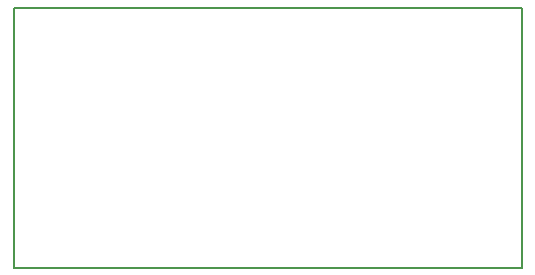
<source format=gbr>
%FSLAX46Y46*%
G04 Gerber Fmt 4.6, Leading zero omitted, Abs format (unit mm)*
G04 Created by KiCad (PCBNEW (2014-08-21 BZR 5087)-product) date Dom 15 Mar 2015 17:53:44 WET*
%MOMM*%
G01*
G04 APERTURE LIST*
%ADD10C,0.100000*%
%ADD11C,0.150000*%
G04 APERTURE END LIST*
D10*
D11*
X128000000Y-115000000D02*
X128000000Y-93000000D01*
X129000000Y-115000000D02*
X128000000Y-115000000D01*
X171000000Y-115000000D02*
X129000000Y-115000000D01*
X171000000Y-93000000D02*
X128000000Y-93000000D01*
X171000000Y-115000000D02*
X171000000Y-93000000D01*
M02*

</source>
